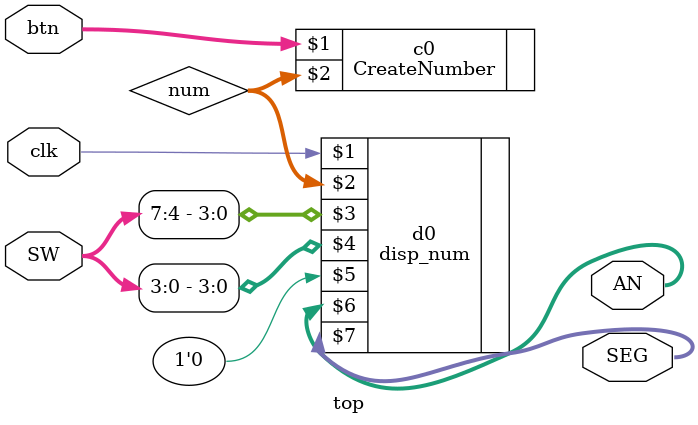
<source format=v>
`timescale 1ns / 1ps
module top(
	input wire clk,
	input wire [7:0]SW,
	input wire [3:0]btn,
	output wire [3:0]AN,
	output wire [7:0]SEG
	);
	wire [15:0]num;
	
	CreateNumber c0(btn, num);
	
	disp_num d0(clk, num, SW[7:4], SW[3:0], 1'b0, AN, SEG);

endmodule

</source>
